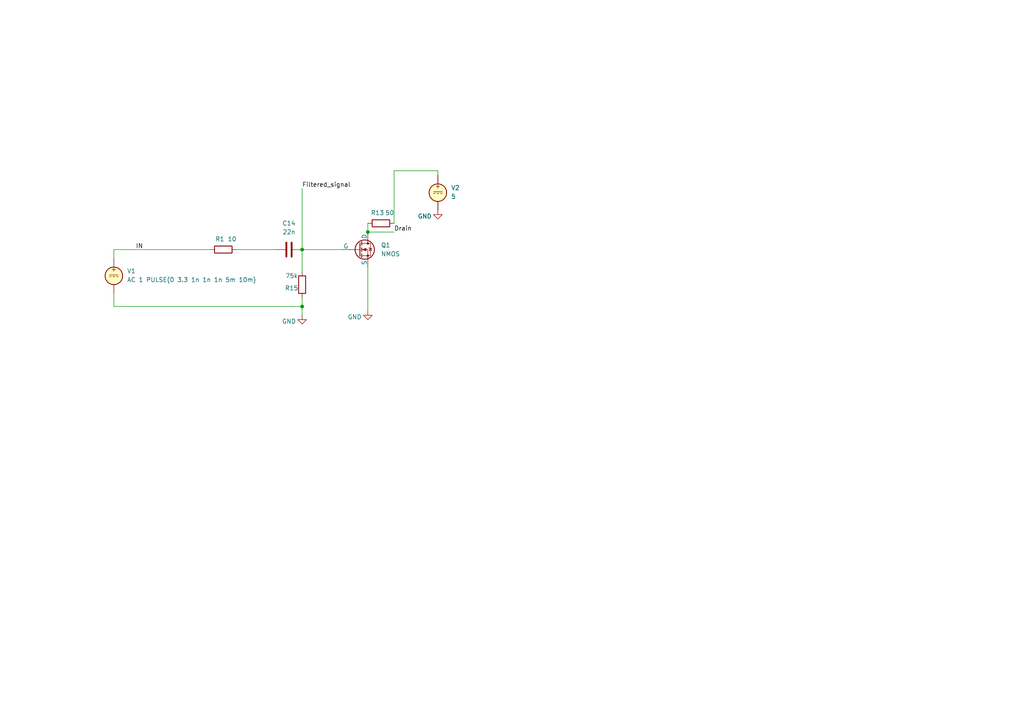
<source format=kicad_sch>
(kicad_sch (version 20250114) (generator "eeschema") (generator_version "9.0")
  (paper "A4")
  (lib_symbols
    (symbol "Device:C" (pin_numbers (hide yes)) (pin_names (offset 0.254))
      (property "Reference" "C" (at 0.635 2.54 0))
      (property "Value" "C" (at 0.635 -2.54 0))
      (symbol "C_0_1"
        (polyline (pts (xy -2.032 0.762) (xy 2.032 0.762)) (stroke (width 0.508)))
        (polyline (pts (xy -2.032 -0.762) (xy 2.032 -0.762)) (stroke (width 0.508)))
      )
      (symbol "C_1_1"
        (pin passive line (at 0 3.81 270) (length 2.794) (name "~") (number "1"))
        (pin passive line (at 0 -3.81 90) (length 2.794) (name "~") (number "2"))
      )
    )
    (symbol "Device:R" (pin_numbers (hide yes)) (pin_names (offset 0))
      (property "Reference" "R" (at 2.032 0 90))
      (property "Value" "R" (at 0 0 90))
      (symbol "R_0_1"
        (rectangle (start -1.016 -2.54) (end 1.016 2.54) (stroke (width 0.254)))
      )
      (symbol "R_1_1"
        (pin passive line (at 0 3.81 270) (length 1.27) (name "~") (number "1"))
        (pin passive line (at 0 -3.81 90) (length 1.27) (name "~") (number "2"))
      )
    )
    (symbol "Simulation_SPICE:NMOS" (pin_numbers (hide yes)) (pin_names (offset 0))
      (property "Reference" "Q" (at 5.08 1.27 0))
      (property "Value" "NMOS" (at 5.08 -1.27 0))
      (symbol "NMOS_0_1"
        (polyline (pts (xy 0.254 1.905) (xy 0.254 -1.905)) (stroke (width 0.254)))
        (polyline (pts (xy 0.254 0) (xy -2.54 0)))
        (polyline (pts (xy 0.762 2.286) (xy 0.762 1.27)) (stroke (width 0.254)))
        (polyline (pts (xy 0.762 0.508) (xy 0.762 -0.508)) (stroke (width 0.254)))
        (polyline (pts (xy 0.762 -1.27) (xy 0.762 -2.286)) (stroke (width 0.254)))
        (polyline (pts (xy 0.762 -1.778) (xy 3.302 -1.778) (xy 3.302 1.778) (xy 0.762 1.778)))
        (polyline (pts (xy 1.016 0) (xy 2.032 0.381) (xy 2.032 -0.381) (xy 1.016 0)) (fill (type outline)))
        (circle (center 1.651 0) (radius 2.794) (stroke (width 0.254)))
        (polyline (pts (xy 2.54 2.54) (xy 2.54 1.778)))
        (circle (center 2.54 1.778) (radius 0.254) (fill (type outline)))
        (circle (center 2.54 -1.778) (radius 0.254) (fill (type outline)))
        (polyline (pts (xy 2.54 -2.54) (xy 2.54 0) (xy 0.762 0)))
        (polyline (pts (xy 2.794 0.508) (xy 2.921 0.381) (xy 3.683 0.381) (xy 3.81 0.254)))
        (polyline (pts (xy 3.302 0.381) (xy 2.921 -0.254) (xy 3.683 -0.254) (xy 3.302 0.381)))
      )
      (symbol "NMOS_1_1"
        (pin input line (at -5.08 0 0) (length 2.54) (name "G") (number "2"))
        (pin passive line (at 2.54 5.08 270) (length 2.54) (name "D") (number "1"))
        (pin passive line (at 2.54 -5.08 90) (length 2.54) (name "S") (number "3"))
      )
    )
    (symbol "Simulation_SPICE:VDC" (pin_numbers (hide yes)) (pin_names (offset 0.0254))
      (property "Reference" "V" (at 2.54 2.54 0))
      (property "Value" "1" (at 2.54 0 0))
      (symbol "VDC_0_0"
        (polyline (pts (xy -1.27 0.254) (xy 1.27 0.254)))
        (polyline (pts (xy -0.762 -0.254) (xy -1.27 -0.254)))
        (polyline (pts (xy 0.254 -0.254) (xy -0.254 -0.254)))
        (polyline (pts (xy 1.27 -0.254) (xy 0.762 -0.254)))
        (text "+" (at 0 1.905 0) (effects (font (size 1.27 1.27))))
      )
      (symbol "VDC_0_1"
        (circle (center 0 0) (radius 2.54) (stroke (width 0.254)) (fill (type background)))
      )
      (symbol "VDC_1_1"
        (pin passive line (at 0 5.08 270) (length 2.54) (name "~") (number "1"))
        (pin passive line (at 0 -5.08 90) (length 2.54) (name "~") (number "2"))
      )
    )
    (symbol "power:GND" (power) (pin_numbers (hide yes)) (pin_names (offset 0) (hide yes))
      (property "Value" "GND" (at 0 -3.81 0))
      (symbol "GND_0_1"
        (polyline (pts (xy 0 0) (xy 0 -1.27) (xy 1.27 -1.27) (xy 0 -2.54) (xy -1.27 -1.27) (xy 0 -1.27)))
      )
      (symbol "GND_1_1"
        (pin power_in line (at 0 0 270) (length 0) (name "~") (number "1"))
      )
    )
  )
  (junction (at 106.68 67.31))
  (junction (at 87.63 88.9))
  (junction (at 87.63 72.39))
  (wire (pts (xy 114.3 49.53) (xy 114.3 64.77)))
  (wire (pts (xy 106.68 77.47) (xy 106.68 90.17)))
  (wire (pts (xy 87.63 88.9) (xy 87.63 86.36)))
  (wire (pts (xy 127 50.8) (xy 127 49.53)))
  (wire (pts (xy 106.68 67.31) (xy 114.3 67.31)))
  (wire (pts (xy 33.02 88.9) (xy 87.63 88.9)))
  (wire (pts (xy 33.02 85.09) (xy 33.02 88.9)))
  (wire (pts (xy 114.3 49.53) (xy 127 49.53)))
  (wire (pts (xy 106.68 64.77) (xy 106.68 67.31)))
  (wire (pts (xy 68.58 72.39) (xy 80.01 72.39)))
  (wire (pts (xy 33.02 72.39) (xy 60.96 72.39)))
  (wire (pts (xy 87.63 72.39) (xy 99.06 72.39)))
  (wire (pts (xy 87.63 72.39) (xy 87.63 78.74)))
  (wire (pts (xy 87.63 91.44) (xy 87.63 88.9)))
  (wire (pts (xy 33.02 74.93) (xy 33.02 72.39)))
  (wire (pts (xy 87.63 54.61) (xy 87.63 72.39)))
  (label "Filtered_signal" (at 87.63 54.61 0))
  (label "Drain" (at 114.3 67.31 0))
  (label "IN" (at 39.37 72.39 0))
  (symbol (lib_id "Simulation_SPICE:VDC") (at 33.02 80.01 0) (unit 1)
    (property "Reference" "V1" (at 36.83 78.6101 0) (effects (justify left)))
    (property "Value" "AC 1 PULSE(0 3.3 1n 1n 1n 5m 10m)" (at 36.83 81.1501 0) (effects (justify left)))
    (property "Datasheet" "https://ngspice.sourceforge.io/docs/ngspice-html-manual/manual.xhtml#sec_Independent_Sources_for" (effects (hide yes)))
    (property "Description" "Voltage source, DC" (effects (hide yes)))
    (property "Sim.Pins" "1=+ 2=-" (effects (hide yes)))
    (property "Sim.Type" "DC" (effects (hide yes)))
    (property "Sim.Device" "V" (effects (hide yes)))
  )
  (symbol (lib_id "power:GND") (at 87.63 91.44 0) (unit 1)
    (property "Reference" "#PWR027" (effects (hide yes)))
    (property "Value" "GND" (at 83.82 93.218 0))
    (property "Description" "Power symbol creates a global label with name \"GND\" , ground" (effects (hide yes)))
  )
  (symbol (lib_id "power:GND") (at 106.68 90.17 0) (unit 1)
    (property "Reference" "#PWR01" (effects (hide yes)))
    (property "Value" "GND" (at 102.87 91.948 0))
    (property "Description" "Power symbol creates a global label with name \"GND\" , ground" (effects (hide yes)))
  )
  (symbol (lib_id "Device:C") (at 83.82 72.39 90) (unit 1)
    (property "Reference" "C14" (at 83.82 64.77 90))
    (property "Value" "22n" (at 83.82 67.31 90))
    (property "Description" "Unpolarized capacitor" (effects (hide yes)))
  )
  (symbol (lib_id "Simulation_SPICE:NMOS") (at 104.14 72.39 0) (unit 1)
    (property "Reference" "Q1" (at 110.49 71.1199 0) (effects (justify left)))
    (property "Value" "NMOS" (at 110.49 73.6599 0) (effects (justify left)))
    (property "Datasheet" "https://ngspice.sourceforge.io/docs/ngspice-html-manual/manual.xhtml#cha_MOSFETs" (effects (hide yes)))
    (property "Description" "N-MOSFET transistor, drain/source/gate" (effects (hide yes)))
    (property "Sim.Device" "NMOS" (effects (hide yes)))
    (property "Sim.Type" "VDMOS" (effects (hide yes)))
    (property "Sim.Pins" "1=D 2=G 3=S" (effects (hide yes)))
  )
  (symbol (lib_id "Device:R") (at 64.77 72.39 90) (unit 1)
    (property "Reference" "R1" (at 63.754 69.342 90))
    (property "Value" "10" (at 67.31 69.342 90))
    (property "Description" "Resistor" (effects (hide yes)))
  )
  (symbol (lib_id "Device:R") (at 87.63 82.55 180) (unit 1)
    (property "Reference" "R15" (at 84.582 83.566 0))
    (property "Value" "75k" (at 84.582 80.01 0))
    (property "Description" "Resistor" (effects (hide yes)))
  )
  (symbol (lib_id "Simulation_SPICE:VDC") (at 127 55.88 0) (unit 1)
    (property "Reference" "V2" (at 130.81 54.4801 0) (effects (justify left)))
    (property "Value" "5" (at 130.81 57.0201 0) (effects (justify left)))
    (property "Datasheet" "https://ngspice.sourceforge.io/docs/ngspice-html-manual/manual.xhtml#sec_Independent_Sources_for" (effects (hide yes)))
    (property "Description" "Voltage source, DC" (effects (hide yes)))
    (property "Sim.Pins" "1=+ 2=-" (effects (hide yes)))
    (property "Sim.Type" "DC" (effects (hide yes)))
    (property "Sim.Device" "V" (effects (hide yes)))
  )
  (symbol (lib_id "power:GND") (at 127 60.96 0) (unit 1)
    (property "Reference" "#PWR02" (effects (hide yes)))
    (property "Value" "GND" (at 123.19 62.738 0))
    (property "Description" "Power symbol creates a global label with name \"GND\" , ground" (effects (hide yes)))
  )
  (symbol (lib_id "Device:R") (at 110.49 64.77 90) (unit 1)
    (property "Reference" "R13" (at 109.474 61.722 90))
    (property "Value" "50" (at 113.03 61.722 90))
    (property "Description" "Resistor" (effects (hide yes)))
  )
)
</source>
